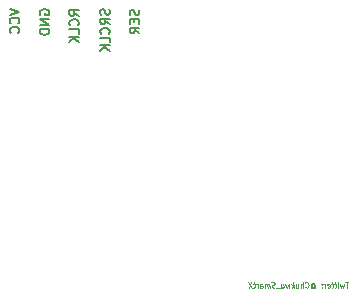
<source format=gbr>
%TF.GenerationSoftware,KiCad,Pcbnew,(6.0.4)*%
%TF.CreationDate,2022-05-29T02:27:13+01:00*%
%TF.ProjectId,16-LED Board,31362d4c-4544-4204-926f-6172642e6b69,V1.0*%
%TF.SameCoordinates,Original*%
%TF.FileFunction,Legend,Bot*%
%TF.FilePolarity,Positive*%
%FSLAX46Y46*%
G04 Gerber Fmt 4.6, Leading zero omitted, Abs format (unit mm)*
G04 Created by KiCad (PCBNEW (6.0.4)) date 2022-05-29 02:27:13*
%MOMM*%
%LPD*%
G01*
G04 APERTURE LIST*
%ADD10C,0.112500*%
%ADD11C,0.200000*%
G04 APERTURE END LIST*
D10*
X170025724Y-118066771D02*
X169768581Y-118066771D01*
X169953402Y-118516771D02*
X169897152Y-118066771D01*
X169680188Y-118216771D02*
X169631974Y-118516771D01*
X169519474Y-118302485D01*
X169460545Y-118516771D01*
X169337331Y-118216771D01*
X169203402Y-118516771D02*
X169165902Y-118216771D01*
X169147152Y-118066771D02*
X169171259Y-118088200D01*
X169152509Y-118109628D01*
X169128402Y-118088200D01*
X169147152Y-118066771D01*
X169152509Y-118109628D01*
X169015902Y-118216771D02*
X168844474Y-118216771D01*
X168932866Y-118066771D02*
X168981081Y-118452485D01*
X168965009Y-118495342D01*
X168924831Y-118516771D01*
X168881974Y-118516771D01*
X168758759Y-118216771D02*
X168587331Y-118216771D01*
X168675724Y-118066771D02*
X168723938Y-118452485D01*
X168707866Y-118495342D01*
X168667688Y-118516771D01*
X168624831Y-118516771D01*
X168300724Y-118495342D02*
X168346259Y-118516771D01*
X168431974Y-118516771D01*
X168472152Y-118495342D01*
X168488224Y-118452485D01*
X168466795Y-118281057D01*
X168440009Y-118238200D01*
X168394474Y-118216771D01*
X168308759Y-118216771D01*
X168268581Y-118238200D01*
X168252509Y-118281057D01*
X168257866Y-118323914D01*
X168477509Y-118366771D01*
X168089116Y-118516771D02*
X168051616Y-118216771D01*
X168062331Y-118302485D02*
X168035545Y-118259628D01*
X168011438Y-118238200D01*
X167965902Y-118216771D01*
X167923045Y-118216771D01*
X167805188Y-118473914D02*
X167786438Y-118495342D01*
X167810545Y-118516771D01*
X167829295Y-118495342D01*
X167805188Y-118473914D01*
X167810545Y-118516771D01*
X167775724Y-118238200D02*
X167756974Y-118259628D01*
X167781081Y-118281057D01*
X167799831Y-118259628D01*
X167775724Y-118238200D01*
X167781081Y-118281057D01*
X166948045Y-118302485D02*
X166966795Y-118281057D01*
X167006974Y-118259628D01*
X167049831Y-118259628D01*
X167095366Y-118281057D01*
X167119474Y-118302485D01*
X167146259Y-118345342D01*
X167151616Y-118388200D01*
X167135545Y-118431057D01*
X167116795Y-118452485D01*
X167076616Y-118473914D01*
X167033759Y-118473914D01*
X166988224Y-118452485D01*
X166964116Y-118431057D01*
X166942688Y-118259628D02*
X166964116Y-118431057D01*
X166945366Y-118452485D01*
X166923938Y-118452485D01*
X166878402Y-118431057D01*
X166851616Y-118388200D01*
X166838224Y-118281057D01*
X166873045Y-118216771D01*
X166931974Y-118173914D01*
X167015009Y-118152485D01*
X167103402Y-118173914D01*
X167173045Y-118216771D01*
X167223938Y-118281057D01*
X167256081Y-118366771D01*
X167245366Y-118452485D01*
X167210545Y-118516771D01*
X167151616Y-118559628D01*
X167068581Y-118581057D01*
X166980188Y-118559628D01*
X166910545Y-118516771D01*
X166412331Y-118473914D02*
X166436438Y-118495342D01*
X166503402Y-118516771D01*
X166546259Y-118516771D01*
X166607866Y-118495342D01*
X166645366Y-118452485D01*
X166661438Y-118409628D01*
X166672152Y-118323914D01*
X166664116Y-118259628D01*
X166631974Y-118173914D01*
X166605188Y-118131057D01*
X166556974Y-118088200D01*
X166490009Y-118066771D01*
X166447152Y-118066771D01*
X166385545Y-118088200D01*
X166366795Y-118109628D01*
X166224831Y-118516771D02*
X166168581Y-118066771D01*
X166031974Y-118516771D02*
X166002509Y-118281057D01*
X166018581Y-118238200D01*
X166058759Y-118216771D01*
X166123045Y-118216771D01*
X166168581Y-118238200D01*
X166192688Y-118259628D01*
X165587331Y-118216771D02*
X165624831Y-118516771D01*
X165780188Y-118216771D02*
X165809652Y-118452485D01*
X165793581Y-118495342D01*
X165753402Y-118516771D01*
X165689116Y-118516771D01*
X165643581Y-118495342D01*
X165619474Y-118473914D01*
X165410545Y-118516771D02*
X165354295Y-118066771D01*
X165346259Y-118345342D02*
X165239116Y-118516771D01*
X165201616Y-118216771D02*
X165394474Y-118388200D01*
X165051616Y-118216771D02*
X165003402Y-118516771D01*
X164890902Y-118302485D01*
X164831974Y-118516771D01*
X164708759Y-118216771D01*
X164344474Y-118216771D02*
X164381974Y-118516771D01*
X164537331Y-118216771D02*
X164566795Y-118452485D01*
X164550724Y-118495342D01*
X164510545Y-118516771D01*
X164446259Y-118516771D01*
X164400724Y-118495342D01*
X164376616Y-118473914D01*
X164280188Y-118559628D02*
X163937331Y-118559628D01*
X163843581Y-118495342D02*
X163781974Y-118516771D01*
X163674831Y-118516771D01*
X163629295Y-118495342D01*
X163605188Y-118473914D01*
X163578402Y-118431057D01*
X163573045Y-118388200D01*
X163589116Y-118345342D01*
X163607866Y-118323914D01*
X163648045Y-118302485D01*
X163731081Y-118281057D01*
X163771259Y-118259628D01*
X163790009Y-118238200D01*
X163806081Y-118195342D01*
X163800724Y-118152485D01*
X163773938Y-118109628D01*
X163749831Y-118088200D01*
X163704295Y-118066771D01*
X163597152Y-118066771D01*
X163535545Y-118088200D01*
X163396259Y-118516771D02*
X163358759Y-118216771D01*
X163364116Y-118259628D02*
X163340009Y-118238200D01*
X163294474Y-118216771D01*
X163230188Y-118216771D01*
X163190009Y-118238200D01*
X163173938Y-118281057D01*
X163203402Y-118516771D01*
X163173938Y-118281057D02*
X163147152Y-118238200D01*
X163101616Y-118216771D01*
X163037331Y-118216771D01*
X162997152Y-118238200D01*
X162981081Y-118281057D01*
X163010545Y-118516771D01*
X162603402Y-118516771D02*
X162573938Y-118281057D01*
X162590009Y-118238200D01*
X162630188Y-118216771D01*
X162715902Y-118216771D01*
X162761438Y-118238200D01*
X162600724Y-118495342D02*
X162646259Y-118516771D01*
X162753402Y-118516771D01*
X162793581Y-118495342D01*
X162809652Y-118452485D01*
X162804295Y-118409628D01*
X162777509Y-118366771D01*
X162731974Y-118345342D01*
X162624831Y-118345342D01*
X162579295Y-118323914D01*
X162389116Y-118516771D02*
X162351616Y-118216771D01*
X162362331Y-118302485D02*
X162335545Y-118259628D01*
X162311438Y-118238200D01*
X162265902Y-118216771D01*
X162223045Y-118216771D01*
X162137331Y-118216771D02*
X161965902Y-118216771D01*
X162054295Y-118066771D02*
X162102509Y-118452485D01*
X162086438Y-118495342D01*
X162046259Y-118516771D01*
X162003402Y-118516771D01*
X161840009Y-118066771D02*
X161596259Y-118516771D01*
X161540009Y-118066771D02*
X161896259Y-118516771D01*
D11*
X152292009Y-94996123D02*
X152330104Y-95110409D01*
X152330104Y-95300885D01*
X152292009Y-95377076D01*
X152253914Y-95415171D01*
X152177723Y-95453266D01*
X152101533Y-95453266D01*
X152025342Y-95415171D01*
X151987247Y-95377076D01*
X151949152Y-95300885D01*
X151911057Y-95148504D01*
X151872961Y-95072314D01*
X151834866Y-95034219D01*
X151758676Y-94996123D01*
X151682485Y-94996123D01*
X151606295Y-95034219D01*
X151568200Y-95072314D01*
X151530104Y-95148504D01*
X151530104Y-95338980D01*
X151568200Y-95453266D01*
X151911057Y-95796123D02*
X151911057Y-96062790D01*
X152330104Y-96177076D02*
X152330104Y-95796123D01*
X151530104Y-95796123D01*
X151530104Y-96177076D01*
X152330104Y-96977076D02*
X151949152Y-96710409D01*
X152330104Y-96519933D02*
X151530104Y-96519933D01*
X151530104Y-96824695D01*
X151568200Y-96900885D01*
X151606295Y-96938980D01*
X151682485Y-96977076D01*
X151796771Y-96977076D01*
X151872961Y-96938980D01*
X151911057Y-96900885D01*
X151949152Y-96824695D01*
X151949152Y-96519933D01*
X149802809Y-94970819D02*
X149840904Y-95085104D01*
X149840904Y-95275580D01*
X149802809Y-95351771D01*
X149764714Y-95389866D01*
X149688523Y-95427961D01*
X149612333Y-95427961D01*
X149536142Y-95389866D01*
X149498047Y-95351771D01*
X149459952Y-95275580D01*
X149421857Y-95123200D01*
X149383761Y-95047009D01*
X149345666Y-95008914D01*
X149269476Y-94970819D01*
X149193285Y-94970819D01*
X149117095Y-95008914D01*
X149079000Y-95047009D01*
X149040904Y-95123200D01*
X149040904Y-95313676D01*
X149079000Y-95427961D01*
X149840904Y-96227961D02*
X149459952Y-95961295D01*
X149840904Y-95770819D02*
X149040904Y-95770819D01*
X149040904Y-96075580D01*
X149079000Y-96151771D01*
X149117095Y-96189866D01*
X149193285Y-96227961D01*
X149307571Y-96227961D01*
X149383761Y-96189866D01*
X149421857Y-96151771D01*
X149459952Y-96075580D01*
X149459952Y-95770819D01*
X149764714Y-97027961D02*
X149802809Y-96989866D01*
X149840904Y-96875580D01*
X149840904Y-96799390D01*
X149802809Y-96685104D01*
X149726619Y-96608914D01*
X149650428Y-96570819D01*
X149498047Y-96532723D01*
X149383761Y-96532723D01*
X149231380Y-96570819D01*
X149155190Y-96608914D01*
X149079000Y-96685104D01*
X149040904Y-96799390D01*
X149040904Y-96875580D01*
X149079000Y-96989866D01*
X149117095Y-97027961D01*
X149840904Y-97751771D02*
X149840904Y-97370819D01*
X149040904Y-97370819D01*
X149840904Y-98018438D02*
X149040904Y-98018438D01*
X149840904Y-98475580D02*
X149383761Y-98132723D01*
X149040904Y-98475580D02*
X149498047Y-98018438D01*
X147224704Y-95516809D02*
X146843752Y-95250142D01*
X147224704Y-95059666D02*
X146424704Y-95059666D01*
X146424704Y-95364428D01*
X146462800Y-95440619D01*
X146500895Y-95478714D01*
X146577085Y-95516809D01*
X146691371Y-95516809D01*
X146767561Y-95478714D01*
X146805657Y-95440619D01*
X146843752Y-95364428D01*
X146843752Y-95059666D01*
X147148514Y-96316809D02*
X147186609Y-96278714D01*
X147224704Y-96164428D01*
X147224704Y-96088238D01*
X147186609Y-95973952D01*
X147110419Y-95897761D01*
X147034228Y-95859666D01*
X146881847Y-95821571D01*
X146767561Y-95821571D01*
X146615180Y-95859666D01*
X146538990Y-95897761D01*
X146462800Y-95973952D01*
X146424704Y-96088238D01*
X146424704Y-96164428D01*
X146462800Y-96278714D01*
X146500895Y-96316809D01*
X147224704Y-97040619D02*
X147224704Y-96659666D01*
X146424704Y-96659666D01*
X147224704Y-97307285D02*
X146424704Y-97307285D01*
X147224704Y-97764428D02*
X146767561Y-97421571D01*
X146424704Y-97764428D02*
X146881847Y-97307285D01*
X143973600Y-95427876D02*
X143935504Y-95351685D01*
X143935504Y-95237400D01*
X143973600Y-95123114D01*
X144049790Y-95046923D01*
X144125980Y-95008828D01*
X144278361Y-94970733D01*
X144392647Y-94970733D01*
X144545028Y-95008828D01*
X144621219Y-95046923D01*
X144697409Y-95123114D01*
X144735504Y-95237400D01*
X144735504Y-95313590D01*
X144697409Y-95427876D01*
X144659314Y-95465971D01*
X144392647Y-95465971D01*
X144392647Y-95313590D01*
X144735504Y-95808828D02*
X143935504Y-95808828D01*
X144735504Y-96265971D01*
X143935504Y-96265971D01*
X144735504Y-96646923D02*
X143935504Y-96646923D01*
X143935504Y-96837400D01*
X143973600Y-96951685D01*
X144049790Y-97027876D01*
X144125980Y-97065971D01*
X144278361Y-97104066D01*
X144392647Y-97104066D01*
X144545028Y-97065971D01*
X144621219Y-97027876D01*
X144697409Y-96951685D01*
X144735504Y-96837400D01*
X144735504Y-96646923D01*
X141370104Y-94894533D02*
X142170104Y-95161200D01*
X141370104Y-95427866D01*
X142093914Y-96151676D02*
X142132009Y-96113580D01*
X142170104Y-95999295D01*
X142170104Y-95923104D01*
X142132009Y-95808819D01*
X142055819Y-95732628D01*
X141979628Y-95694533D01*
X141827247Y-95656438D01*
X141712961Y-95656438D01*
X141560580Y-95694533D01*
X141484390Y-95732628D01*
X141408200Y-95808819D01*
X141370104Y-95923104D01*
X141370104Y-95999295D01*
X141408200Y-96113580D01*
X141446295Y-96151676D01*
X142093914Y-96951676D02*
X142132009Y-96913580D01*
X142170104Y-96799295D01*
X142170104Y-96723104D01*
X142132009Y-96608819D01*
X142055819Y-96532628D01*
X141979628Y-96494533D01*
X141827247Y-96456438D01*
X141712961Y-96456438D01*
X141560580Y-96494533D01*
X141484390Y-96532628D01*
X141408200Y-96608819D01*
X141370104Y-96723104D01*
X141370104Y-96799295D01*
X141408200Y-96913580D01*
X141446295Y-96951676D01*
M02*

</source>
